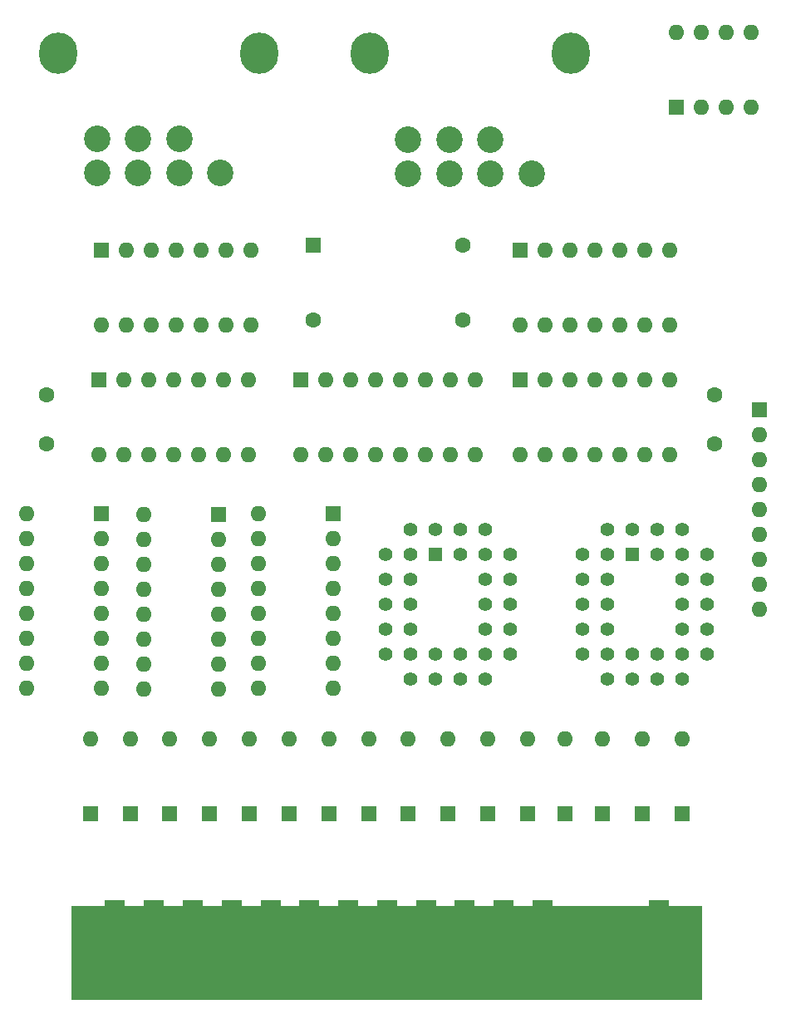
<source format=gbr>
%TF.GenerationSoftware,KiCad,Pcbnew,8.0.2*%
%TF.CreationDate,2025-01-31T19:47:28+01:00*%
%TF.ProjectId,p2000t-joystick-nes,70323030-3074-42d6-9a6f-79737469636b,rev?*%
%TF.SameCoordinates,Original*%
%TF.FileFunction,Soldermask,Bot*%
%TF.FilePolarity,Negative*%
%FSLAX46Y46*%
G04 Gerber Fmt 4.6, Leading zero omitted, Abs format (unit mm)*
G04 Created by KiCad (PCBNEW 8.0.2) date 2025-01-31 19:47:28*
%MOMM*%
%LPD*%
G01*
G04 APERTURE LIST*
%ADD10C,0.100000*%
%ADD11R,1.600000X1.600000*%
%ADD12O,1.600000X1.600000*%
%ADD13O,3.900000X4.200000*%
%ADD14C,2.700000*%
%ADD15C,1.600000*%
%ADD16R,1.422400X1.422400*%
%ADD17C,1.422400*%
%ADD18R,2.000000X10.000000*%
G04 APERTURE END LIST*
D10*
X35560000Y-116840000D02*
X99695000Y-116840000D01*
X99695000Y-126365000D01*
X35560000Y-126365000D01*
X35560000Y-116840000D01*
G36*
X35560000Y-116840000D02*
G01*
X99695000Y-116840000D01*
X99695000Y-126365000D01*
X35560000Y-126365000D01*
X35560000Y-116840000D01*
G37*
D11*
%TO.C,SW1*%
X97155000Y-35517500D03*
D12*
X99695000Y-35517500D03*
X102235000Y-35517500D03*
X104775000Y-35517500D03*
X104775000Y-27897500D03*
X102235000Y-27897500D03*
X99695000Y-27897500D03*
X97155000Y-27897500D03*
%TD*%
D11*
%TO.C,D16*%
X37490400Y-107442000D03*
D12*
X37490400Y-99822000D03*
%TD*%
D13*
%TO.C,J1*%
X34225000Y-29985000D03*
X54725000Y-29985000D03*
D14*
X50725000Y-42235000D03*
X46532000Y-42235000D03*
X42341000Y-42235000D03*
X38150000Y-42235000D03*
X38150000Y-38735000D03*
X42341000Y-38735000D03*
X46532000Y-38735000D03*
%TD*%
D15*
%TO.C,C1*%
X33020000Y-69810000D03*
X33020000Y-64810000D03*
%TD*%
D11*
%TO.C,U8*%
X62230000Y-76952000D03*
D12*
X62230000Y-79492000D03*
X62230000Y-82032000D03*
X62230000Y-84572000D03*
X62230000Y-87112000D03*
X62230000Y-89652000D03*
X62230000Y-92192000D03*
X62230000Y-94732000D03*
X54610000Y-94732000D03*
X54610000Y-92192000D03*
X54610000Y-89652000D03*
X54610000Y-87112000D03*
X54610000Y-84572000D03*
X54610000Y-82032000D03*
X54610000Y-79492000D03*
X54610000Y-76952000D03*
%TD*%
D11*
%TO.C,D6*%
X77978000Y-107442000D03*
D12*
X77978000Y-99822000D03*
%TD*%
D13*
%TO.C,J2*%
X65950000Y-30040000D03*
X86450000Y-30040000D03*
D14*
X82450000Y-42290000D03*
X78257000Y-42290000D03*
X74066000Y-42290000D03*
X69875000Y-42290000D03*
X69875000Y-38790000D03*
X74066000Y-38790000D03*
X78257000Y-38790000D03*
%TD*%
D11*
%TO.C,U10*%
X38608000Y-50038000D03*
D12*
X41148000Y-50038000D03*
X43688000Y-50038000D03*
X46228000Y-50038000D03*
X48768000Y-50038000D03*
X51308000Y-50038000D03*
X53848000Y-50038000D03*
X53848000Y-57658000D03*
X51308000Y-57658000D03*
X48768000Y-57658000D03*
X46228000Y-57658000D03*
X43688000Y-57658000D03*
X41148000Y-57658000D03*
X38608000Y-57658000D03*
%TD*%
D16*
%TO.C,U7*%
X92710000Y-81026000D03*
D17*
X95250000Y-78486000D03*
X95250000Y-81026000D03*
X97790000Y-78486000D03*
X100330000Y-81026000D03*
X97790000Y-81026000D03*
X100330000Y-83566000D03*
X97790000Y-83566000D03*
X100330000Y-86106000D03*
X97790000Y-86106000D03*
X100330000Y-88646000D03*
X97790000Y-88646000D03*
X100330000Y-91186000D03*
X97790000Y-93726000D03*
X97790000Y-91186000D03*
X95250000Y-93726000D03*
X95250000Y-91186000D03*
X92710000Y-93726000D03*
X92710000Y-91186000D03*
X90170000Y-93726000D03*
X87630000Y-91186000D03*
X90170000Y-91186000D03*
X87630000Y-88646000D03*
X90170000Y-88646000D03*
X87630000Y-86106000D03*
X90170000Y-86106000D03*
X87630000Y-83566000D03*
X90170000Y-83566000D03*
X87630000Y-81026000D03*
X90170000Y-78486000D03*
X90170000Y-81026000D03*
X92710000Y-78486000D03*
%TD*%
D18*
%TO.C,J3*%
X39994000Y-121285000D03*
X43954000Y-121285000D03*
X47914000Y-121285000D03*
X51874000Y-121285000D03*
X55834000Y-121285000D03*
X59794000Y-121285000D03*
X63754000Y-121285000D03*
X67714000Y-121285000D03*
X71674000Y-121285000D03*
X75634000Y-121285000D03*
X79594000Y-121285000D03*
X83554000Y-121285000D03*
X95434000Y-121285000D03*
%TD*%
D11*
%TO.C,D11*%
X57725700Y-107442000D03*
D12*
X57725700Y-99822000D03*
%TD*%
D11*
%TO.C,RN1*%
X105664000Y-66294000D03*
D12*
X105664000Y-68834000D03*
X105664000Y-71374000D03*
X105664000Y-73914000D03*
X105664000Y-76454000D03*
X105664000Y-78994000D03*
X105664000Y-81534000D03*
X105664000Y-84074000D03*
X105664000Y-86614000D03*
%TD*%
D11*
%TO.C,D8*%
X69850000Y-107442000D03*
D12*
X69850000Y-99822000D03*
%TD*%
D11*
%TO.C,U1*%
X81280000Y-63246000D03*
D12*
X83820000Y-63246000D03*
X86360000Y-63246000D03*
X88900000Y-63246000D03*
X91440000Y-63246000D03*
X93980000Y-63246000D03*
X96520000Y-63246000D03*
X96520000Y-70866000D03*
X93980000Y-70866000D03*
X91440000Y-70866000D03*
X88900000Y-70866000D03*
X86360000Y-70866000D03*
X83820000Y-70866000D03*
X81280000Y-70866000D03*
%TD*%
D16*
%TO.C,U6*%
X72644000Y-81026000D03*
D17*
X75184000Y-78486000D03*
X75184000Y-81026000D03*
X77724000Y-78486000D03*
X80264000Y-81026000D03*
X77724000Y-81026000D03*
X80264000Y-83566000D03*
X77724000Y-83566000D03*
X80264000Y-86106000D03*
X77724000Y-86106000D03*
X80264000Y-88646000D03*
X77724000Y-88646000D03*
X80264000Y-91186000D03*
X77724000Y-93726000D03*
X77724000Y-91186000D03*
X75184000Y-93726000D03*
X75184000Y-91186000D03*
X72644000Y-93726000D03*
X72644000Y-91186000D03*
X70104000Y-93726000D03*
X67564000Y-91186000D03*
X70104000Y-91186000D03*
X67564000Y-88646000D03*
X70104000Y-88646000D03*
X67564000Y-86106000D03*
X70104000Y-86106000D03*
X67564000Y-83566000D03*
X70104000Y-83566000D03*
X67564000Y-81026000D03*
X70104000Y-78486000D03*
X70104000Y-81026000D03*
X72644000Y-78486000D03*
%TD*%
D11*
%TO.C,D10*%
X61772800Y-107442000D03*
D12*
X61772800Y-99822000D03*
%TD*%
D11*
%TO.C,D5*%
X82042000Y-107442000D03*
D12*
X82042000Y-99822000D03*
%TD*%
D11*
%TO.C,D3*%
X89662000Y-107442000D03*
D12*
X89662000Y-99822000D03*
%TD*%
D11*
%TO.C,D4*%
X85852000Y-107442000D03*
D12*
X85852000Y-99822000D03*
%TD*%
D11*
%TO.C,U9*%
X58928000Y-63246000D03*
D12*
X61468000Y-63246000D03*
X64008000Y-63246000D03*
X66548000Y-63246000D03*
X69088000Y-63246000D03*
X71628000Y-63246000D03*
X74168000Y-63246000D03*
X76708000Y-63246000D03*
X76708000Y-70866000D03*
X74168000Y-70866000D03*
X71628000Y-70866000D03*
X69088000Y-70866000D03*
X66548000Y-70866000D03*
X64008000Y-70866000D03*
X61468000Y-70866000D03*
X58928000Y-70866000D03*
%TD*%
D11*
%TO.C,U4*%
X50546000Y-76962000D03*
D12*
X50546000Y-79502000D03*
X50546000Y-82042000D03*
X50546000Y-84582000D03*
X50546000Y-87122000D03*
X50546000Y-89662000D03*
X50546000Y-92202000D03*
X50546000Y-94742000D03*
X42926000Y-94742000D03*
X42926000Y-92202000D03*
X42926000Y-89662000D03*
X42926000Y-87122000D03*
X42926000Y-84582000D03*
X42926000Y-82042000D03*
X42926000Y-79502000D03*
X42926000Y-76962000D03*
%TD*%
D11*
%TO.C,D13*%
X49631600Y-107442000D03*
D12*
X49631600Y-99822000D03*
%TD*%
D11*
%TO.C,D15*%
X41537500Y-107442000D03*
D12*
X41537500Y-99822000D03*
%TD*%
D11*
%TO.C,U2*%
X81280000Y-50038000D03*
D12*
X83820000Y-50038000D03*
X86360000Y-50038000D03*
X88900000Y-50038000D03*
X91440000Y-50038000D03*
X93980000Y-50038000D03*
X96520000Y-50038000D03*
X96520000Y-57658000D03*
X93980000Y-57658000D03*
X91440000Y-57658000D03*
X88900000Y-57658000D03*
X86360000Y-57658000D03*
X83820000Y-57658000D03*
X81280000Y-57658000D03*
%TD*%
D11*
%TO.C,X1*%
X60198000Y-49530000D03*
D15*
X75438000Y-49530000D03*
X75438000Y-57150000D03*
X60198000Y-57150000D03*
%TD*%
D11*
%TO.C,D14*%
X45584500Y-107442000D03*
D12*
X45584500Y-99822000D03*
%TD*%
D11*
%TO.C,D1*%
X97790000Y-107442000D03*
D12*
X97790000Y-99822000D03*
%TD*%
D11*
%TO.C,D12*%
X53678700Y-107442000D03*
D12*
X53678700Y-99822000D03*
%TD*%
D11*
%TO.C,U5*%
X38354000Y-63246000D03*
D12*
X40894000Y-63246000D03*
X43434000Y-63246000D03*
X45974000Y-63246000D03*
X48514000Y-63246000D03*
X51054000Y-63246000D03*
X53594000Y-63246000D03*
X53594000Y-70866000D03*
X51054000Y-70866000D03*
X48514000Y-70866000D03*
X45974000Y-70866000D03*
X43434000Y-70866000D03*
X40894000Y-70866000D03*
X38354000Y-70866000D03*
%TD*%
D11*
%TO.C,D7*%
X73914000Y-107442000D03*
D12*
X73914000Y-99822000D03*
%TD*%
D11*
%TO.C,U3*%
X38598000Y-76952000D03*
D12*
X38598000Y-79492000D03*
X38598000Y-82032000D03*
X38598000Y-84572000D03*
X38598000Y-87112000D03*
X38598000Y-89652000D03*
X38598000Y-92192000D03*
X38598000Y-94732000D03*
X30978000Y-94732000D03*
X30978000Y-92192000D03*
X30978000Y-89652000D03*
X30978000Y-87112000D03*
X30978000Y-84572000D03*
X30978000Y-82032000D03*
X30978000Y-79492000D03*
X30978000Y-76952000D03*
%TD*%
D15*
%TO.C,C2*%
X101092000Y-69810000D03*
X101092000Y-64810000D03*
%TD*%
D11*
%TO.C,D9*%
X65819900Y-107442000D03*
D12*
X65819900Y-99822000D03*
%TD*%
D11*
%TO.C,D2*%
X93726000Y-107442000D03*
D12*
X93726000Y-99822000D03*
%TD*%
M02*

</source>
